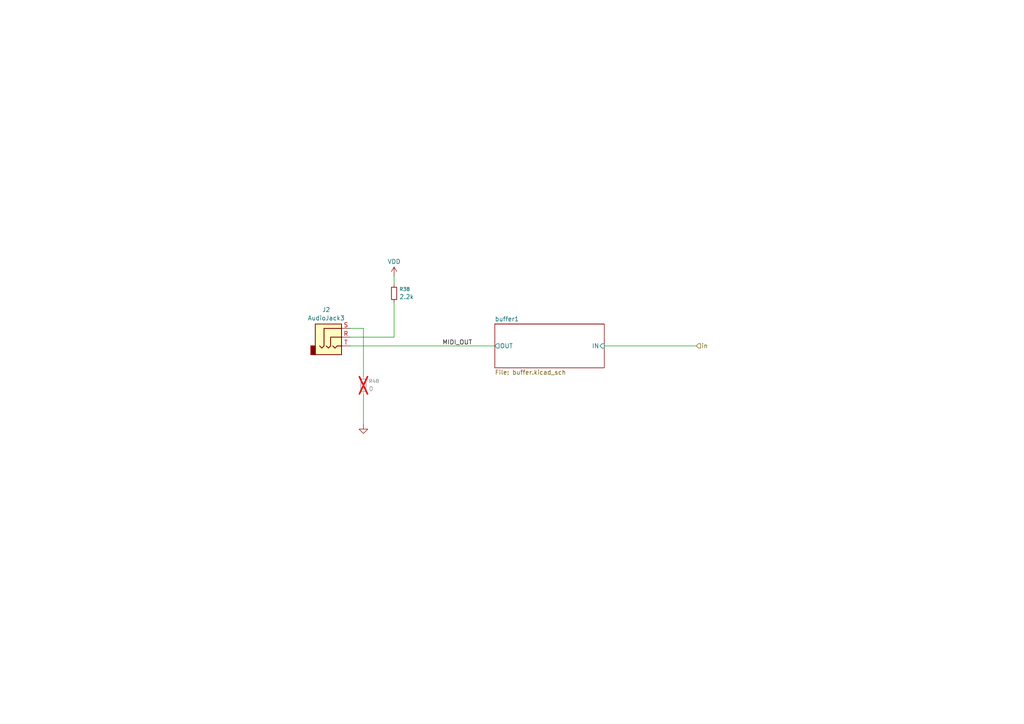
<source format=kicad_sch>
(kicad_sch (version 20250114) (generator "eeschema") (generator_version "9.0")
  (paper "A4")
  (lib_symbols
    (symbol "Connector_Audio:AudioJack3"
      (property "Reference" "J" (at 0 8.89 0))
      (property "Value" "AudioJack3" (at 0 6.35 0))
      (symbol "AudioJack3_0_1"
        (rectangle (start -5.08 -5.08) (end -6.35 -2.54) (stroke (width 0.254)) (fill (type outline)))
        (polyline (pts (xy -1.905 -2.54) (xy -1.27 -3.175) (xy -0.635 -2.54) (xy -0.635 0) (xy 2.54 0)) (stroke (width 0.254)))
        (polyline (pts (xy 0 -2.54) (xy 0.635 -3.175) (xy 1.27 -2.54) (xy 2.54 -2.54)) (stroke (width 0.254)))
        (rectangle (start 2.54 3.81) (end -5.08 -5.08) (stroke (width 0.254)) (fill (type background)))
        (polyline (pts (xy 2.54 2.54) (xy -2.54 2.54) (xy -2.54 -2.54) (xy -3.175 -3.175) (xy -3.81 -2.54)) (stroke (width 0.254)))
      )
      (symbol "AudioJack3_1_1"
        (pin passive line (at 5.08 2.54 180) (length 2.54) (name "~") (number "S"))
        (pin passive line (at 5.08 0 180) (length 2.54) (name "~") (number "R"))
        (pin passive line (at 5.08 -2.54 180) (length 2.54) (name "~") (number "T"))
      )
    )
    (symbol "Device:R_Small" (pin_numbers (hide yes)) (pin_names (offset 0.254) (hide yes))
      (property "Reference" "R" (at 0 0 90))
      (property "Value" "R_Small" (at 1.778 0 90))
      (symbol "R_Small_0_1"
        (rectangle (start -0.762 1.778) (end 0.762 -1.778) (stroke (width 0.2032)))
      )
      (symbol "R_Small_1_1"
        (pin passive line (at 0 2.54 270) (length 0.762) (name "~") (number "1"))
        (pin passive line (at 0 -2.54 90) (length 0.762) (name "~") (number "2"))
      )
    )
    (symbol "power:GND" (power) (pin_numbers (hide yes)) (pin_names (offset 0) (hide yes))
      (property "Value" "GND" (at 0 -3.81 0))
      (symbol "GND_0_1"
        (polyline (pts (xy 0 0) (xy 0 -1.27) (xy 1.27 -1.27) (xy 0 -2.54) (xy -1.27 -1.27) (xy 0 -1.27)))
      )
      (symbol "GND_1_1"
        (pin power_in line (at 0 0 270) (length 0) (name "~") (number "1"))
      )
    )
    (symbol "power:VDD" (power) (pin_numbers (hide yes)) (pin_names (offset 0) (hide yes))
      (property "Value" "VDD" (at 0 3.556 0))
      (symbol "VDD_0_1"
        (polyline (pts (xy -0.762 1.27) (xy 0 2.54)))
        (polyline (pts (xy 0 2.54) (xy 0.762 1.27)))
        (polyline (pts (xy 0 0) (xy 0 2.54)))
      )
      (symbol "VDD_1_1"
        (pin power_in line (at 0 0 90) (length 0) (name "~") (number "1"))
      )
    )
  )
  (wire (pts (xy 175.26 100.33) (xy 201.93 100.33)))
  (wire (pts (xy 114.3 80.01) (xy 114.3 82.55)))
  (wire (pts (xy 101.6 95.25) (xy 105.41 95.25)))
  (wire (pts (xy 105.41 114.3) (xy 105.41 123.19)))
  (wire (pts (xy 114.3 97.79) (xy 101.6 97.79)))
  (wire (pts (xy 114.3 87.63) (xy 114.3 97.79)))
  (wire (pts (xy 101.6 100.33) (xy 143.51 100.33)))
  (wire (pts (xy 105.41 95.25) (xy 105.41 109.22)))
  (label "MIDI_OUT" (at 128.27 100.33 0))
  (hierarchical_label "in" (shape input) (at 201.93 100.33 0))
  (symbol (lib_id "Device:R_Small") (at 114.3 85.09 180) (unit 1)
    (property "Reference" "R38" (at 115.7986 83.8778 0) (effects (font (size 1.016 1.016)) (justify right)))
    (property "Value" "2.2k" (at 115.7986 86.0977 0) (effects (justify right)))
    (property "Footprint" "Resistor_SMD:R_0603_1608Metric" (effects (hide yes)))
    (property "Description" "Resistor, small symbol" (effects (hide yes)))
    (property "PN" "CRCW06032K20FKEA" (effects (hide yes)))
    (instances (project "nucleo_tdm_breakout1" (path "" (reference "R38") (unit 1)) (path "" (reference "R43") (unit 1))))
  )
  (symbol (lib_id "power:VDD") (at 114.3 80.01 0) (unit 1)
    (property "Reference" "#PWR011" (effects (hide yes)))
    (property "Value" "VDD" (at 114.3 75.8769 0))
    (property "Description" "Power symbol creates a global label with name \"VDD\"" (effects (hide yes)))
    (instances (project "nucleo_tdm_breakout1" (path "" (reference "#PWR011") (unit 1)) (path "" (reference "#PWR020") (unit 1))))
  )
  (symbol (lib_id "power:GND") (at 105.41 123.19 0) (unit 1)
    (property "Reference" "#PWR012" (effects (hide yes)))
    (property "Value" "GND" (effects (hide yes)))
    (property "Description" "Power symbol creates a global label with name \"GND\" , ground" (effects (hide yes)))
    (instances (project "nucleo_tdm_breakout1" (path "" (reference "#PWR012") (unit 1)) (path "" (reference "#PWR018") (unit 1))))
  )
  (symbol (lib_id "Connector_Audio:AudioJack3") (at 96.52 97.79 0) (unit 1)
    (property "Reference" "J2" (at 94.615 89.8355 0))
    (property "Value" "AudioJack3" (at 94.615 92.2598 0))
    (property "Footprint" "nucleo_tdm_breakout:SJ1-3523N" (effects (hide yes)))
    (property "Description" "Audio Jack, 3 Poles (Stereo / TRS)" (effects (hide yes)))
    (property "PN" "SJ1-3523N" (effects (hide yes)))
    (instances (project "nucleo_tdm_breakout1" (path "" (reference "J2") (unit 1)) (path "" (reference "J4") (unit 1))))
  )
  (symbol (lib_id "Device:R_Small") (at 105.41 111.76 180) (unit 1) (dnp yes)
    (property "Reference" "R48" (at 106.9086 110.5478 0) (effects (font (size 1.016 1.016)) (justify right)))
    (property "Value" "0" (at 106.9086 112.7677 0) (effects (justify right)))
    (property "Footprint" "Resistor_SMD:R_0603_1608Metric" (effects (hide yes)))
    (property "Description" "Resistor, small symbol" (effects (hide yes)))
    (property "PN" "CRCW06030000Z0EA" (effects (hide yes)))
    (instances (project "nucleo_tdm_breakout1" (path "" (reference "R48") (unit 1)) (path "" (reference "R49") (unit 1))))
  )
  (sheet (at 143.51 93.98) (size 31.75 12.7) (stroke (width 0.1524))
    (property "Sheetname" "buffer1" (at 143.51 93.2684 0) (effects (justify left bottom)))
    (property "Sheetfile" "buffer.kicad_sch" (at 143.51 107.2646 0) (effects (justify left top)))
    (pin "IN" input (at 175.26 100.33 0))
    (pin "OUT" output (at 143.51 100.33 180))
  )
)
</source>
